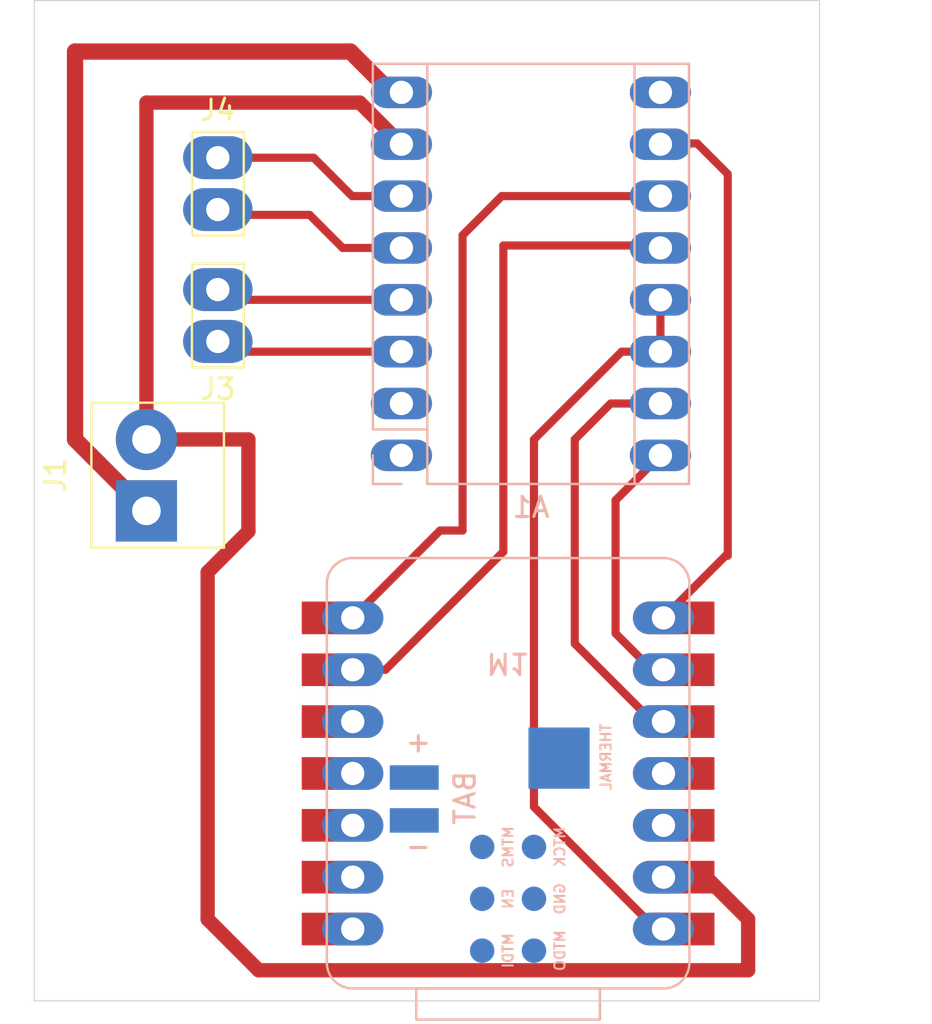
<source format=kicad_pcb>
(kicad_pcb (version 20240108) (generator "pcbnew") (generator_version "8.0")
  (layers (0 "F.Cu" signal) (31 "B.Cu" signal) (34 "B.Paste" user) (35 "F.Paste" user) (36 "B.SilkS" user "B.Silkscreen") (37 "F.SilkS" user "F.Silkscreen") (38 "B.Mask" user) (39 "F.Mask" user) (44 "Edge.Cuts" user))
  (net 0 "")
  (net 16 "GND1")
  (net 17 "VMOT1")
  (net 18 "Net-(A1-M2)")
  (net 20 "Net-(A1-M0)")
  (net 21 "Net-(A1-~{RST})")
  (net 22 "Net-(A1-A1)")
  (net 23 "Net-(A1-DIR)")
  (net 24 "Net-(A1-B1)")
  (net 25 "Net-(A1-STEP)")
  (net 26 "Net-(A1-B2)")
  (net 27 "Net-(A1-~{EN})")
  (net 28 "Net-(A1-A2)")
  (net 29 "Net-(A1-M1)")
  (footprint "fab:PinHeader_1x02_P2.54mm_Vertical_THT_D1.4mm" (layer "F.Cu") (at 122.5 50.7)
    (property "Reference" "J4" (at 0 -2.33 0) (layer "F.SilkS"))
    (property "Value" "Conn_PinHeader_1x02_P2.54mm_Vertical_THT_D1.4mm")
    (fp_line (start -1.27 -1.27) (end -1.27 3.81) (stroke (width 0.12)) (layer "F.SilkS"))
    (fp_line (start -1.27 -1.27) (end 1.27 -1.27) (stroke (width 0.12)) (layer "F.SilkS"))
    (fp_line (start -1.27 3.81) (end 1.27 3.81) (stroke (width 0.12)) (layer "F.SilkS"))
    (fp_line (start 1.27 -1.27) (end 1.27 3.81) (stroke (width 0.12)) (layer "F.SilkS"))
    (pad "1" thru_hole oval (at 0 0) (size 3.4 2.1) (drill 1.14) (layers "*.Cu" "*.Mask") (net 26 "Net-(A1-B2)"))
    (pad "2" thru_hole oval (at 0 2.54) (size 3.4 2.1) (drill 1.14) (layers "*.Cu" "*.Mask") (net 24 "Net-(A1-B1)"))
  )
  (footprint "fab:TerminalBlock_OnShore_1x02_P3.50mm_Horizontal" (layer "F.Cu") (at 119 68 90)
    (property "Reference" "J1" (at 1.75 -4.46 90) (layer "F.SilkS"))
    (property "Value" "Screw_Terminal_01x02_P3.5mm" (hide yes))
    (fp_line (start 5.3 -2.7) (end 5.3 3.8) (stroke (width 0.12)) (layer "F.SilkS"))
    (fp_line (start -1.8 -2.7) (end 5.3 -2.7) (stroke (width 0.12)) (layer "F.SilkS"))
    (fp_line (start -1.8 -2.7) (end -1.8 3.8) (stroke (width 0.12)) (layer "F.SilkS"))
    (fp_line (start -1.8 3.8) (end 5.3 3.8) (stroke (width 0.12)) (layer "F.SilkS"))
    (pad "1" thru_hole rect (at 0 0 90) (size 3 3) (drill 1.4) (layers "*.Cu" "*.Mask") (net 17 "VMOT1"))
    (pad "2" thru_hole circle (at 3.5 0 90) (size 3 3) (drill 1.4) (layers "*.Cu" "*.Mask") (net 16 "GND1"))
  )
  (footprint "fab:PinHeader_1x02_P2.54mm_Vertical_THT_D1.4mm" (layer "F.Cu") (at 122.5 59.7 180)
    (property "Reference" "J3" (at 0 -2.33 0) (layer "F.SilkS"))
    (property "Value" "Conn_PinHeader_1x02_P2.54mm_Vertical_THT_D1.4mm")
    (fp_line (start 1.27 -1.27) (end 1.27 3.81) (stroke (width 0.12)) (layer "F.SilkS"))
    (fp_line (start -1.27 3.81) (end 1.27 3.81) (stroke (width 0.12)) (layer "F.SilkS"))
    (fp_line (start -1.27 -1.27) (end 1.27 -1.27) (stroke (width 0.12)) (layer "F.SilkS"))
    (fp_line (start -1.27 -1.27) (end -1.27 3.81) (stroke (width 0.12)) (layer "F.SilkS"))
    (pad "1" thru_hole oval (at 0 0 180) (size 3.4 2.1) (drill 1.14) (layers "*.Cu" "*.Mask") (net 28 "Net-(A1-A2)"))
    (pad "2" thru_hole oval (at 0 2.54 180) (size 3.4 2.1) (drill 1.14) (layers "*.Cu" "*.Mask") (net 22 "Net-(A1-A1)"))
  )
  (footprint "fab:SeeedStudio_XIAO_ESP32C3_flipped" (layer "B.Cu") (at 136.73 80.86)
    (property "Reference" "M1" (at 0 -5.39 180) (layer "B.SilkS") (effects (justify mirror)))
    (property "Value" "Module_XIAO-ESP32C3")
    (fp_line (start -8.8875 9.261) (end -8.8875 -9.281) (stroke (width 0.12)) (layer "B.SilkS"))
    (fp_line (start -7.6175 -10.551) (end 7.6225 -10.551) (stroke (width 0.12)) (layer "B.SilkS"))
    (fp_line (start 7.6225 10.531) (end -7.6175 10.531) (stroke (width 0.12)) (layer "B.SilkS"))
    (fp_line (start 8.8925 -9.281) (end 8.8925 9.261) (stroke (width 0.12)) (layer "B.SilkS"))
    (fp_rect (start -4.4975 10.531) (end 4.5025 12.055) (stroke (width 0.12)) (fill none) (layer "B.SilkS"))
    (fp_arc (start -8.8875 -9.281) (mid -8.515526 -10.179026) (end -7.6175 -10.551) (stroke (width 0.12)) (layer "B.SilkS"))
    (fp_arc (start -7.6175 10.531) (mid -8.515526 10.159026) (end -8.8875 9.261) (stroke (width 0.12)) (layer "B.SilkS"))
    (fp_arc (start 7.6225 -10.551) (mid 8.520526 -10.179026) (end 8.8925 -9.281) (stroke (width 0.12)) (layer "B.SilkS"))
    (fp_arc (start 8.8925 9.261) (mid 8.520526 10.159026) (end 7.6225 10.531) (stroke (width 0.12)) (layer "B.SilkS"))
    (fp_text user "-" (at -4.4 3.7 180) (layer "B.SilkS") (effects (justify mirror)))
    (fp_text user "THERMAL" (at 4.8 -0.8 90) (layer "B.SilkS") (effects (font (size 0.5 0.5) (thickness 0.1) (bold yes)) (justify mirror)))
    (fp_text user "BAT" (at -2.7 1.2 90) (layer "B.SilkS") (effects (justify top mirror)))
    (fp_text user "MTMS" (at 0 3.6 90) (layer "B.SilkS") (effects (font (size 0.5 0.5) (thickness 0.1) (bold yes)) (justify mirror)))
    (fp_text user "GND" (at 2.54 6.14 90) (layer "B.SilkS") (effects (font (size 0.5 0.5) (thickness 0.1) (bold yes)) (justify mirror)))
    (fp_text user "EN" (at 0 6.14 90) (layer "B.SilkS") (effects (font (size 0.5 0.5) (thickness 0.1) (bold yes)) (justify mirror)))
    (fp_text user "MTDI" (at 0 8.68 90) (layer "B.SilkS") (effects (font (size 0.5 0.5) (thickness 0.1) (bold yes)) (justify mirror)))
    (fp_text user "MTDO" (at 2.54 8.68 90) (layer "B.SilkS") (effects (font (size 0.5 0.5) (thickness 0.1) (bold yes)) (justify mirror)))
    (fp_text user "+" (at -4.4 -1.4 180) (layer "B.SilkS") (effects (justify mirror)))
    (fp_text user "MTCK" (at 2.54 3.6 90) (layer "B.SilkS") (effects (font (size 0.5 0.5) (thickness 0.1) (bold yes)) (justify mirror)))
    (pad "1" smd rect (at -7.615 7.62) (size 3 1.6) (drill (offset -1 0)) (layers "F.Cu" "F.Paste" "F.Mask"))
    (pad "1" thru_hole oval (at -7.615 7.62) (size 3 1.6) (drill 1.14) (layers "*.Cu" "*.Mask"))
    (pad "2" smd rect (at -7.615 5.08) (size 3 1.6) (drill (offset -1 0)) (layers "F.Cu" "F.Paste" "F.Mask"))
    (pad "2" thru_hole oval (at -7.615 5.08) (size 3 1.6) (drill 1.14) (layers "*.Cu" "*.Mask"))
    (pad "3" smd rect (at -7.615 2.54) (size 3 1.6) (drill (offset -1 0)) (layers "F.Cu" "F.Paste" "F.Mask"))
    (pad "3" thru_hole oval (at -7.615 2.54) (size 3 1.6) (drill 1.14) (layers "*.Cu" "*.Mask"))
    (pad "4" smd rect (at -7.615 0) (size 3 1.6) (drill (offset -1 0)) (layers "F.Cu" "F.Paste" "F.Mask"))
    (pad "4" thru_hole oval (at -7.615 0) (size 3 1.6) (drill 1.14) (layers "*.Cu" "*.Mask"))
    (pad "5" smd rect (at -7.615 -2.54) (size 3 1.6) (drill (offset -1 0)) (layers "F.Cu" "F.Paste" "F.Mask"))
    (pad "5" thru_hole oval (at -7.615 -2.54) (size 3 1.6) (drill 1.14) (layers "*.Cu" "*.Mask"))
    (pad "6" smd rect (at -7.615 -5.08) (size 3 1.6) (drill (offset -1 0)) (layers "F.Cu" "F.Paste" "F.Mask") (net 18 "Net-(A1-M2)"))
    (pad "6" thru_hole oval (at -7.615 -5.08) (size 3 1.6) (drill 1.14) (layers "*.Cu" "*.Mask") (net 18 "Net-(A1-M2)"))
    (pad "7" smd rect (at -7.615 -7.62) (size 3 1.6) (drill (offset -1 0)) (layers "F.Cu" "F.Paste" "F.Mask") (net 29 "Net-(A1-M1)"))
    (pad "7" thru_hole oval (at -7.615 -7.62) (size 3 1.6) (drill 1.14) (layers "*.Cu" "*.Mask") (net 29 "Net-(A1-M1)"))
    (pad "8" smd rect (at 7.62 -7.62) (size 3 1.6) (drill (offset 1 0)) (layers "F.Cu" "F.Paste" "F.Mask") (net 20 "Net-(A1-M0)"))
    (pad "8" thru_hole oval (at 7.62 -7.62) (size 3 1.6) (drill 1.14) (layers "*.Cu" "*.Mask") (net 20 "Net-(A1-M0)"))
    (pad "9" smd rect (at 7.62 -5.08) (size 3 1.6) (drill (offset 1 0)) (layers "F.Cu" "F.Paste" "F.Mask") (net 23 "Net-(A1-DIR)"))
    (pad "9" thru_hole oval (at 7.62 -5.08) (size 3 1.6) (drill 1.14) (layers "*.Cu" "*.Mask") (net 23 "Net-(A1-DIR)"))
    (pad "10" smd rect (at 7.62 -2.54) (size 3 1.6) (drill (offset 1 0)) (layers "F.Cu" "F.Paste" "F.Mask") (net 25 "Net-(A1-STEP)"))
    (pad "10" thru_hole oval (at 7.62 -2.54) (size 3 1.6) (drill 1.14) (layers "*.Cu" "*.Mask") (net 25 "Net-(A1-STEP)"))
    (pad "11" smd rect (at 7.62 0) (size 3 1.6) (drill (offset 1 0)) (layers "F.Cu" "F.Paste" "F.Mask") (net 27 "Net-(A1-~{EN})"))
    (pad "11" thru_hole oval (at 7.62 0) (size 3 1.6) (drill 1.14) (layers "*.Cu" "*.Mask") (net 27 "Net-(A1-~{EN})"))
    (pad "12" smd rect (at 7.62 2.54) (size 3 1.6) (drill (offset 1 0)) (layers "F.Cu" "F.Paste" "F.Mask"))
    (pad "12" thru_hole oval (at 7.62 2.54) (size 3 1.6) (drill 1.14) (layers "*.Cu" "*.Mask"))
    (pad "13" smd rect (at 7.62 5.08) (size 3 1.6) (drill (offset 1 0)) (layers "F.Cu" "F.Paste" "F.Mask") (net 16 "GND1"))
    (pad "13" thru_hole oval (at 7.62 5.08) (size 3 1.6) (drill 1.14) (layers "*.Cu" "*.Mask") (net 16 "GND1"))
    (pad "14" smd rect (at 7.62 7.62) (size 3 1.6) (drill (offset 1 0)) (layers "F.Cu" "F.Paste" "F.Mask") (net 21 "Net-(A1-~{RST})"))
    (pad "14" thru_hole oval (at 7.62 7.62) (size 3 1.6) (drill 1.14) (layers "*.Cu" "*.Mask") (net 21 "Net-(A1-~{RST})"))
    (pad "15" smd rect (at -4.6 2.3) (size 2.4 1.2) (layers "B.Cu" "B.Paste" "B.Mask"))
    (pad "16" smd rect (at -4.6 0.2) (size 2.4 1.2) (layers "B.Cu" "B.Paste" "B.Mask"))
    (pad "17" smd circle (at -1.27 8.68) (size 1.2 1.2) (layers "B.Cu" "B.Paste" "B.Mask"))
    (pad "18" smd circle (at -1.27 6.14) (size 1.2 1.2) (layers "B.Cu" "B.Paste" "B.Mask"))
    (pad "19" smd circle (at -1.27 3.6) (size 1.2 1.2) (layers "B.Cu" "B.Paste" "B.Mask"))
    (pad "20" smd circle (at 1.27 3.6) (size 1.2 1.2) (layers "B.Cu" "B.Paste" "B.Mask"))
    (pad "21" smd circle (at 1.27 6.14) (size 1.2 1.2) (layers "B.Cu" "B.Paste" "B.Mask"))
    (pad "22" smd circle (at 1.27 8.68) (size 1.2 1.2) (layers "B.Cu" "B.Paste" "B.Mask"))
    (pad "23" smd rect (at 2.5 -0.75) (size 3 3) (layers "B.Cu" "B.Paste" "B.Mask"))
  )
  (footprint "Module:Pololu_Breakout-16_15.2x20.3mm" (layer "B.Cu") (at 131.5 65.28)
    (property "Reference" "A1" (at 6.35 2.54 0) (layer "B.SilkS") (effects (justify mirror)))
    (property "Value" "Pololu_Breakout_DRV8825")
    (fp_line (start -1.4 -19.18) (end -1.4 -1.27) (stroke (width 0.12)) (layer "B.SilkS"))
    (fp_line (start -1.4 -1.27) (end 1.27 -1.27) (stroke (width 0.12)) (layer "B.SilkS"))
    (fp_line (start -1.4 0) (end -1.4 1.4) (stroke (width 0.12)) (layer "B.SilkS"))
    (fp_line (start -1.4 1.4) (end 0 1.4) (stroke (width 0.12)) (layer "B.SilkS"))
    (fp_line (start 1.27 -19.18) (end 1.27 -1.27) (stroke (width 0.12)) (layer "B.SilkS"))
    (fp_line (start 1.27 -1.27) (end 1.27 1.4) (stroke (width 0.12)) (layer "B.SilkS"))
    (fp_line (start 1.27 1.4) (end 14.1 1.4) (stroke (width 0.12)) (layer "B.SilkS"))
    (fp_line (start 11.43 -19.18) (end 11.43 1.4) (stroke (width 0.12)) (layer "B.SilkS"))
    (fp_line (start 14.1 -19.18) (end -1.4 -19.18) (stroke (width 0.12)) (layer "B.SilkS"))
    (fp_line (start 14.1 1.4) (end 14.1 -19.18) (stroke (width 0.12)) (layer "B.SilkS"))
    (pad "1" thru_hole oval (at 0 0) (size 3 1.54) (drill 1.14) (layers "*.Cu" "*.Mask"))
    (pad "2" thru_hole oval (at 0 -2.54) (size 3 1.54) (drill 1.14) (layers "*.Cu" "*.Mask"))
    (pad "3" thru_hole oval (at 0 -5.08) (size 3 1.54) (drill 1.14) (layers "*.Cu" "*.Mask") (net 28 "Net-(A1-A2)"))
    (pad "4" thru_hole oval (at 0 -7.62) (size 3 1.54) (drill 1.14) (layers "*.Cu" "*.Mask") (net 22 "Net-(A1-A1)"))
    (pad "5" thru_hole oval (at 0 -10.16) (size 3 1.54) (drill 1.14) (layers "*.Cu" "*.Mask") (net 24 "Net-(A1-B1)"))
    (pad "6" thru_hole oval (at 0 -12.7) (size 3 1.54) (drill 1.14) (layers "*.Cu" "*.Mask") (net 26 "Net-(A1-B2)"))
    (pad "7" thru_hole oval (at 0 -15.24) (size 3 1.54) (drill 1.14) (layers "*.Cu" "*.Mask") (net 16 "GND1"))
    (pad "8" thru_hole oval (at 0 -17.78) (size 3 1.54) (drill 1.14) (layers "*.Cu" "*.Mask") (net 17 "VMOT1"))
    (pad "9" thru_hole oval (at 12.7 -17.78) (size 3 1.54) (drill 1.14) (layers "*.Cu" "*.Mask") (net 27 "Net-(A1-~{EN})"))
    (pad "10" thru_hole oval (at 12.7 -15.24) (size 3 1.54) (drill 1.14) (layers "*.Cu" "*.Mask") (net 20 "Net-(A1-M0)"))
    (pad "11" thru_hole oval (at 12.7 -12.7) (size 3 1.54) (drill 1.14) (layers "*.Cu" "*.Mask") (net 29 "Net-(A1-M1)"))
    (pad "12" thru_hole oval (at 12.7 -10.16) (size 3 1.54) (drill 1.14) (layers "*.Cu" "*.Mask") (net 18 "Net-(A1-M2)"))
    (pad "13" thru_hole oval (at 12.7 -7.62) (size 3 1.54) (drill 1.14) (layers "*.Cu" "*.Mask") (net 21 "Net-(A1-~{RST})"))
    (pad "14" thru_hole oval (at 12.7 -5.08) (size 3 1.54) (drill 1.14) (layers "*.Cu" "*.Mask") (net 21 "Net-(A1-~{RST})"))
    (pad "15" thru_hole oval (at 12.7 -2.54) (size 3 1.54) (drill 1.14) (layers "*.Cu" "*.Mask") (net 25 "Net-(A1-STEP)"))
    (pad "16" thru_hole oval (at 12.7 0) (size 3 1.54) (drill 1.14) (layers "*.Cu" "*.Mask") (net 23 "Net-(A1-DIR)"))
  )
  (gr_rect (start 113.5 43) (end 152 92) (stroke (width 0.05)) (fill none) (layer "Edge.Cuts"))
  (segment (start 146.44 85.94) (end 148.5 88) (width 0.7) (layer "F.Cu") (net 16))
  (segment (start 124 64.5) (end 124 69) (width 0.7) (layer "F.Cu") (net 16))
  (segment (start 144.35 85.94) (end 146.44 85.94) (width 0.7) (layer "F.Cu") (net 16))
  (segment (start 124 69) (end 122 71) (width 0.7) (layer "F.Cu") (net 16))
  (segment (start 129.46 48) (end 131.5 50.04) (width 0.7) (layer "F.Cu") (net 16))
  (segment (start 119 64.5) (end 119 48) (width 0.7) (layer "F.Cu") (net 16))
  (segment (start 119 64.5) (end 118 64.5) (width 0.7) (layer "F.Cu") (net 16))
  (segment (start 119 48) (end 129.46 48) (width 0.7) (layer "F.Cu") (net 16))
  (segment (start 119 64.5) (end 124 64.5) (width 0.7) (layer "F.Cu") (net 16))
  (segment (start 124.5 90.5) (end 122 88) (width 0.7) (layer "F.Cu") (net 16))
  (segment (start 148.5 88) (end 148.5 90.5) (width 0.7) (layer "F.Cu") (net 16))
  (segment (start 122 71) (end 122 88) (width 0.7) (layer "F.Cu") (net 16))
  (segment (start 148.5 90.5) (end 124.5 90.5) (width 0.7) (layer "F.Cu") (net 16))
  (segment (start 115.5 64.5) (end 119 68) (width 0.8) (layer "F.Cu") (net 17))
  (segment (start 129 45.5) (end 115.5 45.5) (width 0.8) (layer "F.Cu") (net 17))
  (segment (start 131.5 47.5) (end 131 47.5) (width 0.8) (layer "F.Cu") (net 17))
  (segment (start 115.5 45.5) (end 115.5 64.5) (width 0.8) (layer "F.Cu") (net 17))
  (segment (start 131 47.5) (end 129 45.5) (width 0.8) (layer "F.Cu") (net 17))
  (segment (start 130.72 75.78) (end 136.5 70) (width 0.4) (layer "F.Cu") (net 18))
  (segment (start 129.115 75.78) (end 130.72 75.78) (width 0.4) (layer "F.Cu") (net 18))
  (segment (start 136.5 70) (end 136.5 55) (width 0.4) (layer "F.Cu") (net 18))
  (segment (start 144.32 55) (end 144.2 55.12) (width 0.4) (layer "F.Cu") (net 18))
  (segment (start 144.08 55) (end 144.2 55.12) (width 0.4) (layer "F.Cu") (net 18))
  (segment (start 136.5 55) (end 144.08 55) (width 0.4) (layer "F.Cu") (net 18))
  (segment (start 147.5 70.195) (end 147.395 70.195) (width 0.4) (layer "F.Cu") (net 20))
  (segment (start 147.395 70.195) (end 144.35 73.24) (width 0.4) (layer "F.Cu") (net 20))
  (segment (start 147.5 51.5) (end 147.5 70.195) (width 0.4) (layer "F.Cu") (net 20))
  (segment (start 144.24 50) (end 146 50) (width 0.4) (layer "F.Cu") (net 20))
  (segment (start 144.2 50.04) (end 144.16 50) (width 0.4) (layer "F.Cu") (net 20))
  (segment (start 144.2 50.04) (end 144.24 50) (width 0.4) (layer "F.Cu") (net 20))
  (segment (start 146 50) (end 147.5 51.5) (width 0.4) (layer "F.Cu") (net 20))
  (segment (start 144.2 60.2) (end 142.3 60.2) (width 0.4) (layer "F.Cu") (net 21))
  (segment (start 138 64.5) (end 138 82.5) (width 0.4) (layer "F.Cu") (net 21))
  (segment (start 144.2 57.66) (end 144.2 60.2) (width 0.4) (layer "F.Cu") (net 21))
  (segment (start 138 82.5) (end 143.98 88.48) (width 0.4) (layer "F.Cu") (net 21))
  (segment (start 142.3 60.2) (end 138 64.5) (width 0.4) (layer "F.Cu") (net 21))
  (segment (start 143.98 88.48) (end 144.35 88.48) (width 0.4) (layer "F.Cu") (net 21))
  (segment (start 143.2 88.7) (end 144.735 88.7) (width 0.4) (layer "F.Cu") (net 21))
  (segment (start 123 57.66) (end 122.5 57.16) (width 0.4) (layer "F.Cu") (net 22))
  (segment (start 131.5 57.66) (end 123 57.66) (width 0.4) (layer "F.Cu") (net 22))
  (segment (start 144.2 65.28) (end 142 67.48) (width 0.4) (layer "F.Cu") (net 23))
  (segment (start 144.35 75.78) (end 143.78 75.78) (width 0.4) (layer "F.Cu") (net 23))
  (segment (start 143.78 75.78) (end 142 74) (width 0.4) (layer "F.Cu") (net 23))
  (segment (start 144 76) (end 144.735 76) (width 0.4) (layer "F.Cu") (net 23))
  (segment (start 142 67.48) (end 142 74) (width 0.4) (layer "F.Cu") (net 23))
  (segment (start 127 53.5) (end 122.76 53.5) (width 0.4) (layer "F.Cu") (net 24))
  (segment (start 128.62 55.12) (end 127 53.5) (width 0.4) (layer "F.Cu") (net 24))
  (segment (start 122.76 53.5) (end 122.5 53.24) (width 0.4) (layer "F.Cu") (net 24))
  (segment (start 131.5 55.12) (end 128.62 55.12) (width 0.4) (layer "F.Cu") (net 24))
  (segment (start 144.735 78.54) (end 144.04 78.54) (width 0.4) (layer "F.Cu") (net 25))
  (segment (start 144.35 78.32) (end 143.82 78.32) (width 0.4) (layer "F.Cu") (net 25))
  (segment (start 143.96 62.5) (end 144.2 62.74) (width 0.4) (layer "F.Cu") (net 25))
  (segment (start 144.2 62.74) (end 144.2 62.8) (width 0.4) (layer "F.Cu") (net 25))
  (segment (start 140 64.5) (end 141.76 62.74) (width 0.4) (layer "F.Cu") (net 25))
  (segment (start 140 74.5) (end 140 64.5) (width 0.4) (layer "F.Cu") (net 25))
  (segment (start 141.76 62.74) (end 144.2 62.74) (width 0.4) (layer "F.Cu") (net 25))
  (segment (start 143.82 78.32) (end 140 74.5) (width 0.4) (layer "F.Cu") (net 25))
  (segment (start 131.5 52.58) (end 129.08 52.58) (width 0.4) (layer "F.Cu") (net 26))
  (segment (start 129.08 52.58) (end 127.2 50.7) (width 0.4) (layer "F.Cu") (net 26))
  (segment (start 127.2 50.7) (end 122.5 50.7) (width 0.4) (layer "F.Cu") (net 26))
  (segment (start 144.2 47.5) (end 143.5 47.5) (width 0.4) (layer "F.Cu") (net 27))
  (segment (start 131.5 60.2) (end 123 60.2) (width 0.4) (layer "F.Cu") (net 28))
  (segment (start 123 60.2) (end 122.5 59.7) (width 0.4) (layer "F.Cu") (net 28))
  (segment (start 134.5 54.5) (end 134.5 68.96) (width 0.4) (layer "F.Cu") (net 29))
  (segment (start 133.395 68.96) (end 129.115 73.24) (width 0.4) (layer "F.Cu") (net 29))
  (segment (start 134.5 68.96) (end 133.395 68.96) (width 0.4) (layer "F.Cu") (net 29))
  (segment (start 144.2 52.58) (end 136.42 52.58) (width 0.4) (layer "F.Cu") (net 29))
  (segment (start 144.62 53) (end 144.2 52.58) (width 0.4) (layer "F.Cu") (net 29))
  (segment (start 136.42 52.58) (end 134.5 54.5) (width 0.4) (layer "F.Cu") (net 29))
)
</source>
